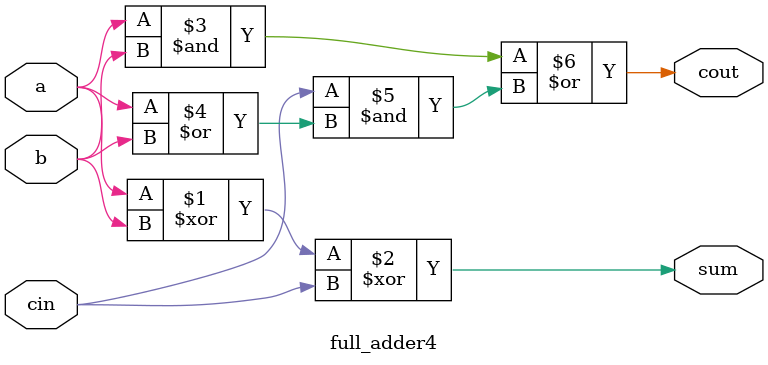
<source format=v>
module full_adder4(a,b,cin,sum,cout);
input a,b,cin;
output sum,cout;
assign sum = a^b^cin;
assign cout = a&b|cin&(a|b); 
// initial begin
//     $display("The correct adder");
// end   
endmodule
</source>
